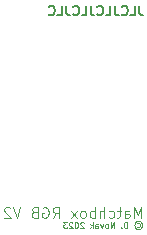
<source format=gbr>
%TF.GenerationSoftware,KiCad,Pcbnew,7.0.6*%
%TF.CreationDate,2024-04-30T22:03:54+02:00*%
%TF.ProjectId,MB-V2,4d422d56-322e-46b6-9963-61645f706362,rev?*%
%TF.SameCoordinates,Original*%
%TF.FileFunction,Legend,Bot*%
%TF.FilePolarity,Positive*%
%FSLAX46Y46*%
G04 Gerber Fmt 4.6, Leading zero omitted, Abs format (unit mm)*
G04 Created by KiCad (PCBNEW 7.0.6) date 2024-04-30 22:03:54*
%MOMM*%
%LPD*%
G01*
G04 APERTURE LIST*
%ADD10C,0.062500*%
%ADD11C,0.125000*%
%ADD12C,0.150000*%
G04 APERTURE END LIST*
D10*
X178035072Y-108454607D02*
X178082691Y-108430797D01*
X178082691Y-108430797D02*
X178177929Y-108430797D01*
X178177929Y-108430797D02*
X178225548Y-108454607D01*
X178225548Y-108454607D02*
X178273167Y-108502226D01*
X178273167Y-108502226D02*
X178296977Y-108549845D01*
X178296977Y-108549845D02*
X178296977Y-108645083D01*
X178296977Y-108645083D02*
X178273167Y-108692702D01*
X178273167Y-108692702D02*
X178225548Y-108740321D01*
X178225548Y-108740321D02*
X178177929Y-108764130D01*
X178177929Y-108764130D02*
X178082691Y-108764130D01*
X178082691Y-108764130D02*
X178035072Y-108740321D01*
X178130310Y-108264130D02*
X178249358Y-108287940D01*
X178249358Y-108287940D02*
X178368405Y-108359369D01*
X178368405Y-108359369D02*
X178439834Y-108478416D01*
X178439834Y-108478416D02*
X178463643Y-108597464D01*
X178463643Y-108597464D02*
X178439834Y-108716511D01*
X178439834Y-108716511D02*
X178368405Y-108835559D01*
X178368405Y-108835559D02*
X178249358Y-108906988D01*
X178249358Y-108906988D02*
X178130310Y-108930797D01*
X178130310Y-108930797D02*
X178011262Y-108906988D01*
X178011262Y-108906988D02*
X177892215Y-108835559D01*
X177892215Y-108835559D02*
X177820786Y-108716511D01*
X177820786Y-108716511D02*
X177796977Y-108597464D01*
X177796977Y-108597464D02*
X177820786Y-108478416D01*
X177820786Y-108478416D02*
X177892215Y-108359369D01*
X177892215Y-108359369D02*
X178011262Y-108287940D01*
X178011262Y-108287940D02*
X178130310Y-108264130D01*
X177201739Y-108835559D02*
X177201739Y-108335559D01*
X177201739Y-108335559D02*
X177082691Y-108335559D01*
X177082691Y-108335559D02*
X177011263Y-108359369D01*
X177011263Y-108359369D02*
X176963644Y-108406988D01*
X176963644Y-108406988D02*
X176939834Y-108454607D01*
X176939834Y-108454607D02*
X176916025Y-108549845D01*
X176916025Y-108549845D02*
X176916025Y-108621273D01*
X176916025Y-108621273D02*
X176939834Y-108716511D01*
X176939834Y-108716511D02*
X176963644Y-108764130D01*
X176963644Y-108764130D02*
X177011263Y-108811750D01*
X177011263Y-108811750D02*
X177082691Y-108835559D01*
X177082691Y-108835559D02*
X177201739Y-108835559D01*
X176701739Y-108787940D02*
X176677929Y-108811750D01*
X176677929Y-108811750D02*
X176701739Y-108835559D01*
X176701739Y-108835559D02*
X176725548Y-108811750D01*
X176725548Y-108811750D02*
X176701739Y-108787940D01*
X176701739Y-108787940D02*
X176701739Y-108835559D01*
X176082692Y-108835559D02*
X176082692Y-108335559D01*
X176082692Y-108335559D02*
X175796978Y-108835559D01*
X175796978Y-108835559D02*
X175796978Y-108335559D01*
X175487453Y-108835559D02*
X175535072Y-108811750D01*
X175535072Y-108811750D02*
X175558882Y-108787940D01*
X175558882Y-108787940D02*
X175582691Y-108740321D01*
X175582691Y-108740321D02*
X175582691Y-108597464D01*
X175582691Y-108597464D02*
X175558882Y-108549845D01*
X175558882Y-108549845D02*
X175535072Y-108526035D01*
X175535072Y-108526035D02*
X175487453Y-108502226D01*
X175487453Y-108502226D02*
X175416025Y-108502226D01*
X175416025Y-108502226D02*
X175368406Y-108526035D01*
X175368406Y-108526035D02*
X175344596Y-108549845D01*
X175344596Y-108549845D02*
X175320787Y-108597464D01*
X175320787Y-108597464D02*
X175320787Y-108740321D01*
X175320787Y-108740321D02*
X175344596Y-108787940D01*
X175344596Y-108787940D02*
X175368406Y-108811750D01*
X175368406Y-108811750D02*
X175416025Y-108835559D01*
X175416025Y-108835559D02*
X175487453Y-108835559D01*
X175154120Y-108502226D02*
X175035072Y-108835559D01*
X175035072Y-108835559D02*
X174916025Y-108502226D01*
X174511263Y-108835559D02*
X174511263Y-108573654D01*
X174511263Y-108573654D02*
X174535073Y-108526035D01*
X174535073Y-108526035D02*
X174582692Y-108502226D01*
X174582692Y-108502226D02*
X174677930Y-108502226D01*
X174677930Y-108502226D02*
X174725549Y-108526035D01*
X174511263Y-108811750D02*
X174558882Y-108835559D01*
X174558882Y-108835559D02*
X174677930Y-108835559D01*
X174677930Y-108835559D02*
X174725549Y-108811750D01*
X174725549Y-108811750D02*
X174749358Y-108764130D01*
X174749358Y-108764130D02*
X174749358Y-108716511D01*
X174749358Y-108716511D02*
X174725549Y-108668892D01*
X174725549Y-108668892D02*
X174677930Y-108645083D01*
X174677930Y-108645083D02*
X174558882Y-108645083D01*
X174558882Y-108645083D02*
X174511263Y-108621273D01*
X174273168Y-108835559D02*
X174273168Y-108335559D01*
X174225549Y-108645083D02*
X174082692Y-108835559D01*
X174082692Y-108502226D02*
X174273168Y-108692702D01*
X173511263Y-108383178D02*
X173487454Y-108359369D01*
X173487454Y-108359369D02*
X173439835Y-108335559D01*
X173439835Y-108335559D02*
X173320787Y-108335559D01*
X173320787Y-108335559D02*
X173273168Y-108359369D01*
X173273168Y-108359369D02*
X173249359Y-108383178D01*
X173249359Y-108383178D02*
X173225549Y-108430797D01*
X173225549Y-108430797D02*
X173225549Y-108478416D01*
X173225549Y-108478416D02*
X173249359Y-108549845D01*
X173249359Y-108549845D02*
X173535073Y-108835559D01*
X173535073Y-108835559D02*
X173225549Y-108835559D01*
X172916026Y-108335559D02*
X172868407Y-108335559D01*
X172868407Y-108335559D02*
X172820788Y-108359369D01*
X172820788Y-108359369D02*
X172796978Y-108383178D01*
X172796978Y-108383178D02*
X172773169Y-108430797D01*
X172773169Y-108430797D02*
X172749359Y-108526035D01*
X172749359Y-108526035D02*
X172749359Y-108645083D01*
X172749359Y-108645083D02*
X172773169Y-108740321D01*
X172773169Y-108740321D02*
X172796978Y-108787940D01*
X172796978Y-108787940D02*
X172820788Y-108811750D01*
X172820788Y-108811750D02*
X172868407Y-108835559D01*
X172868407Y-108835559D02*
X172916026Y-108835559D01*
X172916026Y-108835559D02*
X172963645Y-108811750D01*
X172963645Y-108811750D02*
X172987454Y-108787940D01*
X172987454Y-108787940D02*
X173011264Y-108740321D01*
X173011264Y-108740321D02*
X173035073Y-108645083D01*
X173035073Y-108645083D02*
X173035073Y-108526035D01*
X173035073Y-108526035D02*
X173011264Y-108430797D01*
X173011264Y-108430797D02*
X172987454Y-108383178D01*
X172987454Y-108383178D02*
X172963645Y-108359369D01*
X172963645Y-108359369D02*
X172916026Y-108335559D01*
X172558883Y-108383178D02*
X172535074Y-108359369D01*
X172535074Y-108359369D02*
X172487455Y-108335559D01*
X172487455Y-108335559D02*
X172368407Y-108335559D01*
X172368407Y-108335559D02*
X172320788Y-108359369D01*
X172320788Y-108359369D02*
X172296979Y-108383178D01*
X172296979Y-108383178D02*
X172273169Y-108430797D01*
X172273169Y-108430797D02*
X172273169Y-108478416D01*
X172273169Y-108478416D02*
X172296979Y-108549845D01*
X172296979Y-108549845D02*
X172582693Y-108835559D01*
X172582693Y-108835559D02*
X172273169Y-108835559D01*
X172106503Y-108335559D02*
X171796979Y-108335559D01*
X171796979Y-108335559D02*
X171963646Y-108526035D01*
X171963646Y-108526035D02*
X171892217Y-108526035D01*
X171892217Y-108526035D02*
X171844598Y-108549845D01*
X171844598Y-108549845D02*
X171820789Y-108573654D01*
X171820789Y-108573654D02*
X171796979Y-108621273D01*
X171796979Y-108621273D02*
X171796979Y-108740321D01*
X171796979Y-108740321D02*
X171820789Y-108787940D01*
X171820789Y-108787940D02*
X171844598Y-108811750D01*
X171844598Y-108811750D02*
X171892217Y-108835559D01*
X171892217Y-108835559D02*
X172035074Y-108835559D01*
X172035074Y-108835559D02*
X172082693Y-108811750D01*
X172082693Y-108811750D02*
X172106503Y-108787940D01*
D11*
X178403478Y-107983357D02*
X178403478Y-107083357D01*
X178403478Y-107083357D02*
X178103478Y-107726214D01*
X178103478Y-107726214D02*
X177803478Y-107083357D01*
X177803478Y-107083357D02*
X177803478Y-107983357D01*
X176989193Y-107983357D02*
X176989193Y-107511928D01*
X176989193Y-107511928D02*
X177032050Y-107426214D01*
X177032050Y-107426214D02*
X177117764Y-107383357D01*
X177117764Y-107383357D02*
X177289193Y-107383357D01*
X177289193Y-107383357D02*
X177374907Y-107426214D01*
X176989193Y-107940500D02*
X177074907Y-107983357D01*
X177074907Y-107983357D02*
X177289193Y-107983357D01*
X177289193Y-107983357D02*
X177374907Y-107940500D01*
X177374907Y-107940500D02*
X177417764Y-107854785D01*
X177417764Y-107854785D02*
X177417764Y-107769071D01*
X177417764Y-107769071D02*
X177374907Y-107683357D01*
X177374907Y-107683357D02*
X177289193Y-107640500D01*
X177289193Y-107640500D02*
X177074907Y-107640500D01*
X177074907Y-107640500D02*
X176989193Y-107597642D01*
X176689192Y-107383357D02*
X176346335Y-107383357D01*
X176560621Y-107083357D02*
X176560621Y-107854785D01*
X176560621Y-107854785D02*
X176517764Y-107940500D01*
X176517764Y-107940500D02*
X176432049Y-107983357D01*
X176432049Y-107983357D02*
X176346335Y-107983357D01*
X175660621Y-107940500D02*
X175746335Y-107983357D01*
X175746335Y-107983357D02*
X175917763Y-107983357D01*
X175917763Y-107983357D02*
X176003478Y-107940500D01*
X176003478Y-107940500D02*
X176046335Y-107897642D01*
X176046335Y-107897642D02*
X176089192Y-107811928D01*
X176089192Y-107811928D02*
X176089192Y-107554785D01*
X176089192Y-107554785D02*
X176046335Y-107469071D01*
X176046335Y-107469071D02*
X176003478Y-107426214D01*
X176003478Y-107426214D02*
X175917763Y-107383357D01*
X175917763Y-107383357D02*
X175746335Y-107383357D01*
X175746335Y-107383357D02*
X175660621Y-107426214D01*
X175274906Y-107983357D02*
X175274906Y-107083357D01*
X174889192Y-107983357D02*
X174889192Y-107511928D01*
X174889192Y-107511928D02*
X174932049Y-107426214D01*
X174932049Y-107426214D02*
X175017763Y-107383357D01*
X175017763Y-107383357D02*
X175146334Y-107383357D01*
X175146334Y-107383357D02*
X175232049Y-107426214D01*
X175232049Y-107426214D02*
X175274906Y-107469071D01*
X174460620Y-107983357D02*
X174460620Y-107083357D01*
X174460620Y-107426214D02*
X174374906Y-107383357D01*
X174374906Y-107383357D02*
X174203477Y-107383357D01*
X174203477Y-107383357D02*
X174117763Y-107426214D01*
X174117763Y-107426214D02*
X174074906Y-107469071D01*
X174074906Y-107469071D02*
X174032048Y-107554785D01*
X174032048Y-107554785D02*
X174032048Y-107811928D01*
X174032048Y-107811928D02*
X174074906Y-107897642D01*
X174074906Y-107897642D02*
X174117763Y-107940500D01*
X174117763Y-107940500D02*
X174203477Y-107983357D01*
X174203477Y-107983357D02*
X174374906Y-107983357D01*
X174374906Y-107983357D02*
X174460620Y-107940500D01*
X173517762Y-107983357D02*
X173603477Y-107940500D01*
X173603477Y-107940500D02*
X173646334Y-107897642D01*
X173646334Y-107897642D02*
X173689191Y-107811928D01*
X173689191Y-107811928D02*
X173689191Y-107554785D01*
X173689191Y-107554785D02*
X173646334Y-107469071D01*
X173646334Y-107469071D02*
X173603477Y-107426214D01*
X173603477Y-107426214D02*
X173517762Y-107383357D01*
X173517762Y-107383357D02*
X173389191Y-107383357D01*
X173389191Y-107383357D02*
X173303477Y-107426214D01*
X173303477Y-107426214D02*
X173260620Y-107469071D01*
X173260620Y-107469071D02*
X173217762Y-107554785D01*
X173217762Y-107554785D02*
X173217762Y-107811928D01*
X173217762Y-107811928D02*
X173260620Y-107897642D01*
X173260620Y-107897642D02*
X173303477Y-107940500D01*
X173303477Y-107940500D02*
X173389191Y-107983357D01*
X173389191Y-107983357D02*
X173517762Y-107983357D01*
X172917762Y-107983357D02*
X172446334Y-107383357D01*
X172917762Y-107383357D02*
X172446334Y-107983357D01*
X170903477Y-107983357D02*
X171203477Y-107554785D01*
X171417763Y-107983357D02*
X171417763Y-107083357D01*
X171417763Y-107083357D02*
X171074906Y-107083357D01*
X171074906Y-107083357D02*
X170989191Y-107126214D01*
X170989191Y-107126214D02*
X170946334Y-107169071D01*
X170946334Y-107169071D02*
X170903477Y-107254785D01*
X170903477Y-107254785D02*
X170903477Y-107383357D01*
X170903477Y-107383357D02*
X170946334Y-107469071D01*
X170946334Y-107469071D02*
X170989191Y-107511928D01*
X170989191Y-107511928D02*
X171074906Y-107554785D01*
X171074906Y-107554785D02*
X171417763Y-107554785D01*
X170046334Y-107126214D02*
X170132049Y-107083357D01*
X170132049Y-107083357D02*
X170260620Y-107083357D01*
X170260620Y-107083357D02*
X170389191Y-107126214D01*
X170389191Y-107126214D02*
X170474906Y-107211928D01*
X170474906Y-107211928D02*
X170517763Y-107297642D01*
X170517763Y-107297642D02*
X170560620Y-107469071D01*
X170560620Y-107469071D02*
X170560620Y-107597642D01*
X170560620Y-107597642D02*
X170517763Y-107769071D01*
X170517763Y-107769071D02*
X170474906Y-107854785D01*
X170474906Y-107854785D02*
X170389191Y-107940500D01*
X170389191Y-107940500D02*
X170260620Y-107983357D01*
X170260620Y-107983357D02*
X170174906Y-107983357D01*
X170174906Y-107983357D02*
X170046334Y-107940500D01*
X170046334Y-107940500D02*
X170003477Y-107897642D01*
X170003477Y-107897642D02*
X170003477Y-107597642D01*
X170003477Y-107597642D02*
X170174906Y-107597642D01*
X169317763Y-107511928D02*
X169189191Y-107554785D01*
X169189191Y-107554785D02*
X169146334Y-107597642D01*
X169146334Y-107597642D02*
X169103477Y-107683357D01*
X169103477Y-107683357D02*
X169103477Y-107811928D01*
X169103477Y-107811928D02*
X169146334Y-107897642D01*
X169146334Y-107897642D02*
X169189191Y-107940500D01*
X169189191Y-107940500D02*
X169274906Y-107983357D01*
X169274906Y-107983357D02*
X169617763Y-107983357D01*
X169617763Y-107983357D02*
X169617763Y-107083357D01*
X169617763Y-107083357D02*
X169317763Y-107083357D01*
X169317763Y-107083357D02*
X169232049Y-107126214D01*
X169232049Y-107126214D02*
X169189191Y-107169071D01*
X169189191Y-107169071D02*
X169146334Y-107254785D01*
X169146334Y-107254785D02*
X169146334Y-107340500D01*
X169146334Y-107340500D02*
X169189191Y-107426214D01*
X169189191Y-107426214D02*
X169232049Y-107469071D01*
X169232049Y-107469071D02*
X169317763Y-107511928D01*
X169317763Y-107511928D02*
X169617763Y-107511928D01*
X168160620Y-107083357D02*
X167860620Y-107983357D01*
X167860620Y-107983357D02*
X167560620Y-107083357D01*
X167303477Y-107169071D02*
X167260620Y-107126214D01*
X167260620Y-107126214D02*
X167174906Y-107083357D01*
X167174906Y-107083357D02*
X166960620Y-107083357D01*
X166960620Y-107083357D02*
X166874906Y-107126214D01*
X166874906Y-107126214D02*
X166832048Y-107169071D01*
X166832048Y-107169071D02*
X166789191Y-107254785D01*
X166789191Y-107254785D02*
X166789191Y-107340500D01*
X166789191Y-107340500D02*
X166832048Y-107469071D01*
X166832048Y-107469071D02*
X167346334Y-107983357D01*
X167346334Y-107983357D02*
X166789191Y-107983357D01*
D12*
X178222268Y-90034295D02*
X178222268Y-90605723D01*
X178222268Y-90605723D02*
X178260363Y-90720009D01*
X178260363Y-90720009D02*
X178336554Y-90796200D01*
X178336554Y-90796200D02*
X178450839Y-90834295D01*
X178450839Y-90834295D02*
X178527030Y-90834295D01*
X177460363Y-90834295D02*
X177841315Y-90834295D01*
X177841315Y-90834295D02*
X177841315Y-90034295D01*
X176736553Y-90758104D02*
X176774649Y-90796200D01*
X176774649Y-90796200D02*
X176888934Y-90834295D01*
X176888934Y-90834295D02*
X176965125Y-90834295D01*
X176965125Y-90834295D02*
X177079411Y-90796200D01*
X177079411Y-90796200D02*
X177155601Y-90720009D01*
X177155601Y-90720009D02*
X177193696Y-90643819D01*
X177193696Y-90643819D02*
X177231792Y-90491438D01*
X177231792Y-90491438D02*
X177231792Y-90377152D01*
X177231792Y-90377152D02*
X177193696Y-90224771D01*
X177193696Y-90224771D02*
X177155601Y-90148580D01*
X177155601Y-90148580D02*
X177079411Y-90072390D01*
X177079411Y-90072390D02*
X176965125Y-90034295D01*
X176965125Y-90034295D02*
X176888934Y-90034295D01*
X176888934Y-90034295D02*
X176774649Y-90072390D01*
X176774649Y-90072390D02*
X176736553Y-90110485D01*
X176165125Y-90034295D02*
X176165125Y-90605723D01*
X176165125Y-90605723D02*
X176203220Y-90720009D01*
X176203220Y-90720009D02*
X176279411Y-90796200D01*
X176279411Y-90796200D02*
X176393696Y-90834295D01*
X176393696Y-90834295D02*
X176469887Y-90834295D01*
X175403220Y-90834295D02*
X175784172Y-90834295D01*
X175784172Y-90834295D02*
X175784172Y-90034295D01*
X174679410Y-90758104D02*
X174717506Y-90796200D01*
X174717506Y-90796200D02*
X174831791Y-90834295D01*
X174831791Y-90834295D02*
X174907982Y-90834295D01*
X174907982Y-90834295D02*
X175022268Y-90796200D01*
X175022268Y-90796200D02*
X175098458Y-90720009D01*
X175098458Y-90720009D02*
X175136553Y-90643819D01*
X175136553Y-90643819D02*
X175174649Y-90491438D01*
X175174649Y-90491438D02*
X175174649Y-90377152D01*
X175174649Y-90377152D02*
X175136553Y-90224771D01*
X175136553Y-90224771D02*
X175098458Y-90148580D01*
X175098458Y-90148580D02*
X175022268Y-90072390D01*
X175022268Y-90072390D02*
X174907982Y-90034295D01*
X174907982Y-90034295D02*
X174831791Y-90034295D01*
X174831791Y-90034295D02*
X174717506Y-90072390D01*
X174717506Y-90072390D02*
X174679410Y-90110485D01*
X174107982Y-90034295D02*
X174107982Y-90605723D01*
X174107982Y-90605723D02*
X174146077Y-90720009D01*
X174146077Y-90720009D02*
X174222268Y-90796200D01*
X174222268Y-90796200D02*
X174336553Y-90834295D01*
X174336553Y-90834295D02*
X174412744Y-90834295D01*
X173346077Y-90834295D02*
X173727029Y-90834295D01*
X173727029Y-90834295D02*
X173727029Y-90034295D01*
X172622267Y-90758104D02*
X172660363Y-90796200D01*
X172660363Y-90796200D02*
X172774648Y-90834295D01*
X172774648Y-90834295D02*
X172850839Y-90834295D01*
X172850839Y-90834295D02*
X172965125Y-90796200D01*
X172965125Y-90796200D02*
X173041315Y-90720009D01*
X173041315Y-90720009D02*
X173079410Y-90643819D01*
X173079410Y-90643819D02*
X173117506Y-90491438D01*
X173117506Y-90491438D02*
X173117506Y-90377152D01*
X173117506Y-90377152D02*
X173079410Y-90224771D01*
X173079410Y-90224771D02*
X173041315Y-90148580D01*
X173041315Y-90148580D02*
X172965125Y-90072390D01*
X172965125Y-90072390D02*
X172850839Y-90034295D01*
X172850839Y-90034295D02*
X172774648Y-90034295D01*
X172774648Y-90034295D02*
X172660363Y-90072390D01*
X172660363Y-90072390D02*
X172622267Y-90110485D01*
X172050839Y-90034295D02*
X172050839Y-90605723D01*
X172050839Y-90605723D02*
X172088934Y-90720009D01*
X172088934Y-90720009D02*
X172165125Y-90796200D01*
X172165125Y-90796200D02*
X172279410Y-90834295D01*
X172279410Y-90834295D02*
X172355601Y-90834295D01*
X171288934Y-90834295D02*
X171669886Y-90834295D01*
X171669886Y-90834295D02*
X171669886Y-90034295D01*
X170565124Y-90758104D02*
X170603220Y-90796200D01*
X170603220Y-90796200D02*
X170717505Y-90834295D01*
X170717505Y-90834295D02*
X170793696Y-90834295D01*
X170793696Y-90834295D02*
X170907982Y-90796200D01*
X170907982Y-90796200D02*
X170984172Y-90720009D01*
X170984172Y-90720009D02*
X171022267Y-90643819D01*
X171022267Y-90643819D02*
X171060363Y-90491438D01*
X171060363Y-90491438D02*
X171060363Y-90377152D01*
X171060363Y-90377152D02*
X171022267Y-90224771D01*
X171022267Y-90224771D02*
X170984172Y-90148580D01*
X170984172Y-90148580D02*
X170907982Y-90072390D01*
X170907982Y-90072390D02*
X170793696Y-90034295D01*
X170793696Y-90034295D02*
X170717505Y-90034295D01*
X170717505Y-90034295D02*
X170603220Y-90072390D01*
X170603220Y-90072390D02*
X170565124Y-90110485D01*
M02*

</source>
